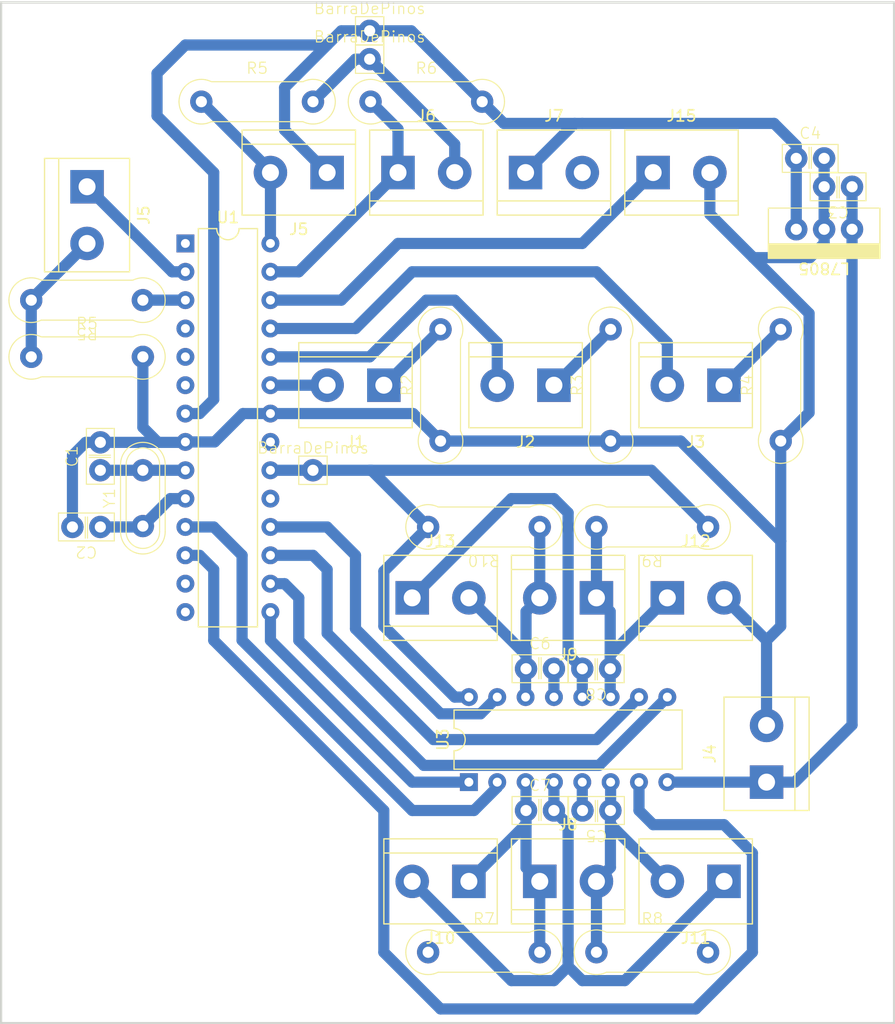
<source format=kicad_pcb>
(kicad_pcb (version 20240108) (generator "pcbnew") (generator_version "8.0")
  (layers (0 "F.Cu" signal) (31 "B.Cu" signal) (34 "B.Paste" user) (35 "F.Paste" user) (36 "B.SilkS" user "B.Silkscreen") (37 "F.SilkS" user "F.Silkscreen") (38 "B.Mask" user) (39 "F.Mask" user) (44 "Edge.Cuts" user))
  (net 0 "")
  (net 1 "GND")
  (net 2 "Out 1 Motor 2")
  (net 3 "Laser")
  (net 4 "LDR")
  (net 5 "Out 2 Motor 2")
  (net 6 "Net-(J1-Pin_1)")
  (net 7 "Led 1")
  (net 8 "Net-(J2-Pin_1)")
  (net 9 "Led 2")
  (net 10 "Net-(J3-Pin_1)")
  (net 11 "Led 3")
  (net 12 "9v")
  (net 13 "5v")
  (net 14 "Sensor IV")
  (net 15 "Out 1 Motor 1")
  (net 16 "Out 2 Motor 1")
  (net 17 "In 1 Motor 1")
  (net 20 "Crystal II")
  (net 22 "PWM Motor 1")
  (net 25 "In 2 Motor 2")
  (net 28 "BOTÃO RESET")
  (net 29 "In 1 Motor 2")
  (net 30 "Crystal I")
  (net 31 "In 2 Motor 1")
  (net 32 "PWM Motor 2")
  (net 33 "RX")
  (net 34 "TX")
  (net 35 "Temp")
  (net 36 "Null")
  (footprint "TerminalBlock:TerminalBlock_bornier-2_P5.08mm" (layer "F.Cu") (at 101.6 104.14)
    (property "Reference" "J13" (at 2.54 -5.08 360) (layer "F.SilkS"))
    (property "Value" "Screw_Terminal_01x02")
    (pad "1" thru_hole rect (at 0 0) (size 3 3) (drill 1.52) (layers "*.Cu" "*.Mask") (net 1 "GND"))
    (pad "2" thru_hole circle (at 5.08 0) (size 3 3) (drill 1.52) (layers "*.Cu" "*.Mask") (net 5 "Out 2 Motor 2"))
  )
  (footprint "CARRINHO_SEGUIDOR_DE_LINHA:Resistor" (layer "F.Cu") (at 108.03 135.89)
    (property "Reference" "R7" (at 0 -3 0) (layer "F.SilkS") (effects (font (thickness 0.1))))
    (property "Value" "R")
    (pad "1" thru_hole circle (at -5 0) (size 2 2) (drill 1) (layers "*.Cu" "*.Mask") (net 13 "5v"))
    (pad "2" thru_hole circle (at 5 0) (size 2 2) (drill 1) (layers "*.Cu" "*.Mask") (net 15 "Out 1 Motor 1"))
  )
  (footprint "CARRINHO_SEGUIDOR_DE_LINHA:CapacitorCerâmico-100nF_ou_0,1uF" (layer "F.Cu") (at 118.11 123.19 180)
    (property "Reference" "C5" (at 0 -2.25 180) (layer "F.SilkS") (effects (font (thickness 0.1))))
    (property "Value" "C")
    (pad "GND" thru_hole circle (at 1.25 0 180) (size 2 2) (drill 1) (layers "*.Cu" "*.Mask") (net 1 "GND"))
    (pad "IN" thru_hole circle (at -1.25 0 180) (size 2 2) (drill 1) (layers "*.Cu" "*.Mask") (net 16 "Out 2 Motor 1"))
  )
  (footprint "TerminalBlock:TerminalBlock_bornier-2_P5.08mm" (layer "F.Cu") (at 111.76 66.04)
    (property "Reference" "J7" (at 2.54 -5.08 0) (layer "F.SilkS"))
    (property "Value" "Screw_Terminal_01x02")
    (pad "1" thru_hole rect (at 0 0) (size 3 3) (drill 1.52) (layers "*.Cu" "*.Mask") (net 13 "5v"))
    (pad "2" thru_hole circle (at 5.08 0) (size 3 3) (drill 1.52) (layers "*.Cu" "*.Mask") (net 36 "Null"))
  )
  (footprint "TerminalBlock:TerminalBlock_bornier-2_P5.08mm" (layer "F.Cu") (at 113.03 129.54)
    (property "Reference" "J8" (at 2.54 -5.08 360) (layer "F.SilkS"))
    (property "Value" "Screw_Terminal_01x02")
    (pad "1" thru_hole rect (at 0 0) (size 3 3) (drill 1.52) (layers "*.Cu" "*.Mask") (net 15 "Out 1 Motor 1"))
    (pad "2" thru_hole circle (at 5.08 0) (size 3 3) (drill 1.52) (layers "*.Cu" "*.Mask") (net 16 "Out 2 Motor 1"))
  )
  (footprint "TerminalBlock:TerminalBlock_bornier-2_P5.08mm" (layer "F.Cu") (at 129.54 129.54 180)
    (property "Reference" "J11" (at 2.54 -5.08 360) (layer "F.SilkS"))
    (property "Value" "Screw_Terminal_01x02")
    (pad "1" thru_hole rect (at 0 0 180) (size 3 3) (drill 1.52) (layers "*.Cu" "*.Mask") (net 1 "GND"))
    (pad "2" thru_hole circle (at 5.08 0 180) (size 3 3) (drill 1.52) (layers "*.Cu" "*.Mask") (net 16 "Out 2 Motor 1"))
  )
  (footprint "CARRINHO_SEGUIDOR_DE_LINHA:Resistor" (layer "F.Cu") (at 108.03 97.79 180)
    (property "Reference" "R10" (at 0 -3 180) (layer "F.SilkS") (effects (font (thickness 0.1))))
    (property "Value" "R")
    (pad "1" thru_hole circle (at -5 0 180) (size 2 2) (drill 1) (layers "*.Cu" "*.Mask") (net 5 "Out 2 Motor 2"))
    (pad "2" thru_hole circle (at 5 0 180) (size 2 2) (drill 1) (layers "*.Cu" "*.Mask") (net 13 "5v"))
  )
  (footprint "CARRINHO_SEGUIDOR_DE_LINHA:CapacitorCerâmico-100nF_ou_0,1uF" (layer "F.Cu") (at 113.05 110.49)
    (property "Reference" "C6" (at 0 -2.25 0) (layer "F.SilkS") (effects (font (thickness 0.1))))
    (property "Value" "C")
    (pad "GND" thru_hole circle (at 1.25 0) (size 2 2) (drill 1) (layers "*.Cu" "*.Mask") (net 1 "GND"))
    (pad "IN" thru_hole circle (at -1.25 0) (size 2 2) (drill 1) (layers "*.Cu" "*.Mask") (net 5 "Out 2 Motor 2"))
  )
  (footprint "TerminalBlock:TerminalBlock_bornier-2_P5.08mm" (layer "F.Cu") (at 133.35 120.65 90)
    (property "Reference" "J4" (at 2.54 -5.08 90) (layer "F.SilkS"))
    (property "Value" "Screw_Terminal_01x02")
    (pad "1" thru_hole rect (at 0 0 90) (size 3 3) (drill 1.52) (layers "*.Cu" "*.Mask") (net 12 "9v"))
    (pad "2" thru_hole circle (at 5.08 0 90) (size 3 3) (drill 1.52) (layers "*.Cu" "*.Mask") (net 1 "GND"))
  )
  (footprint "CARRINHO_SEGUIDOR_DE_LINHA:ReguladorDeTensão-L7805_5V" (layer "F.Cu") (at 138.51 71.12 180)
    (property "Reference" "U2" (hide yes))
    (property "Value" "L7805" (at 0 -3.5 180) (layer "F.SilkS"))
    (pad "GND" thru_hole circle (at 0 0 180) (size 2 2) (drill 1) (layers "*.Cu" "*.Mask") (net 1 "GND"))
    (pad "INPUT" thru_hole circle (at -2.5 0 180) (size 2 2) (drill 1) (layers "*.Cu" "*.Mask") (net 12 "9v"))
    (pad "OUTPUT" thru_hole circle (at 2.5 0 180) (size 2 2) (drill 1) (layers "*.Cu" "*.Mask") (net 13 "5v"))
  )
  (footprint "CARRINHO_SEGUIDOR_DE_LINHA:Resistor" (layer "F.Cu") (at 123.11 135.89)
    (property "Reference" "R8" (at 0 -3 0) (layer "F.SilkS") (effects (font (thickness 0.1))))
    (property "Value" "R")
    (pad "1" thru_hole circle (at -5 0) (size 2 2) (drill 1) (layers "*.Cu" "*.Mask") (net 16 "Out 2 Motor 1"))
    (pad "2" thru_hole circle (at 5 0) (size 2 2) (drill 1) (layers "*.Cu" "*.Mask") (net 13 "5v"))
  )
  (footprint "TerminalBlock:TerminalBlock_bornier-2_P5.08mm" (layer "F.Cu") (at 123.19 66.04)
    (property "Reference" "J15" (at 2.54 -5.08 0) (layer "F.SilkS"))
    (property "Value" "Screw_Terminal_01x02")
    (pad "1" thru_hole rect (at 0 0) (size 3 3) (drill 1.52) (layers "*.Cu" "*.Mask") (net 3 "Laser"))
    (pad "2" thru_hole circle (at 5.08 0) (size 3 3) (drill 1.52) (layers "*.Cu" "*.Mask") (net 1 "GND"))
  )
  (footprint "CARRINHO_SEGUIDOR_DE_LINHA:Resistor" (layer "F.Cu") (at 72.47 77.47 180)
    (property "Reference" "R5" (at 0 -3 180) (layer "F.SilkS") (effects (font (thickness 0.1))))
    (property "Value" "R")
    (pad "1" thru_hole circle (at -5 0 180) (size 2 2) (drill 1) (layers "*.Cu" "*.Mask") (net 34 "TX"))
    (pad "2" thru_hole circle (at 5 0 180) (size 2 2) (drill 1) (layers "*.Cu" "*.Mask") (net 35 "Temp"))
  )
  (footprint "TerminalBlock:TerminalBlock_bornier-2_P5.08mm" (layer "F.Cu") (at 106.68 129.54 180)
    (property "Reference" "J10" (at 2.54 -5.08 360) (layer "F.SilkS"))
    (property "Value" "Screw_Terminal_01x02")
    (pad "1" thru_hole rect (at 0 0 180) (size 3 3) (drill 1.52) (layers "*.Cu" "*.Mask") (net 15 "Out 1 Motor 1"))
    (pad "2" thru_hole circle (at 5.08 0 180) (size 3 3) (drill 1.52) (layers "*.Cu" "*.Mask") (net 1 "GND"))
  )
  (footprint "CARRINHO_SEGUIDOR_DE_LINHA:BarraDePinos" (layer "F.Cu") (at 97.79 55.88)
    (property "Reference" "BarraDePinos" (at 0 -2 0) (layer "F.SilkS") (effects (font (thickness 0.1))))
    (property "Value" "DistânciaEntreFuros:_2,54mm")
    (pad "1" thru_hole circle (at 0 0) (size 2 2) (drill 1) (layers "*.Cu" "*.Mask") (net 1 "GND"))
  )
  (footprint "CARRINHO_SEGUIDOR_DE_LINHA:CristalOscilador16MHz" (layer "F.Cu") (at 77.47 95.21 90)
    (property "Reference" "Y1" (at 0 -3 90) (layer "F.SilkS") (effects (font (thickness 0.1))))
    (property "Value" "Crystal")
    (pad "1" thru_hole circle (at -2.5 0 90) (size 2 2) (drill 1) (layers "*.Cu" "*.Mask") (net 20 "Crystal II"))
    (pad "2" thru_hole circle (at 2.5 0 90) (size 2 2) (drill 1) (layers "*.Cu" "*.Mask") (net 30 "Crystal I"))
  )
  (footprint "Package_DIP:DIP-16_W7.62mm" (layer "F.Cu") (at 106.68 120.65 90)
    (property "Reference" "U3" (at 3.81 -2.33 90) (layer "F.SilkS"))
    (property "Value" "L293D")
    (pad "1" thru_hole rect (at 0 0 90) (size 1.6 1.6) (drill 0.8) (layers "*.Cu" "*.Mask") (net 22 "PWM Motor 1"))
    (pad "2" thru_hole oval (at 0 2.54 90) (size 1.6 1.6) (drill 0.8) (layers "*.Cu" "*.Mask") (net 17 "In 1 Motor 1"))
    (pad "3" thru_hole oval (at 0 5.08 90) (size 1.6 1.6) (drill 0.8) (layers "*.Cu" "*.Mask") (net 15 "Out 1 Motor 1"))
    (pad "4" thru_hole oval (at 0 7.62 90) (size 1.6 1.6) (drill 0.8) (layers "*.Cu" "*.Mask") (net 1 "GND"))
    (pad "5" thru_hole oval (at 0 10.16 90) (size 1.6 1.6) (drill 0.8) (layers "*.Cu" "*.Mask") (net 1 "GND"))
    (pad "6" thru_hole oval (at 0 12.7 90) (size 1.6 1.6) (drill 0.8) (layers "*.Cu" "*.Mask") (net 16 "Out 2 Motor 1"))
    (pad "7" thru_hole oval (at 0 15.24 90) (size 1.6 1.6) (drill 0.8) (layers "*.Cu" "*.Mask") (net 31 "In 2 Motor 1"))
    (pad "8" thru_hole oval (at 0 17.78 90) (size 1.6 1.6) (drill 0.8) (layers "*.Cu" "*.Mask") (net 12 "9v"))
    (pad "9" thru_hole oval (at 7.62 17.78 90) (size 1.6 1.6) (drill 0.8) (layers "*.Cu" "*.Mask") (net 32 "PWM Motor 2"))
    (pad "10" thru_hole oval (at 7.62 15.24 90) (size 1.6 1.6) (drill 0.8) (layers "*.Cu" "*.Mask") (net 29 "In 1 Motor 2"))
    (pad "11" thru_hole oval (at 7.62 12.7 90) (size 1.6 1.6) (drill 0.8) (layers "*.Cu" "*.Mask") (net 2 "Out 1 Motor 2"))
    (pad "12" thru_hole oval (at 7.62 10.16 90) (size 1.6 1.6) (drill 0.8) (layers "*.Cu" "*.Mask") (net 1 "GND"))
    (pad "13" thru_hole oval (at 7.62 7.62 90) (size 1.6 1.6) (drill 0.8) (layers "*.Cu" "*.Mask") (net 1 "GND"))
    (pad "14" thru_hole oval (at 7.62 5.08 90) (size 1.6 1.6) (drill 0.8) (layers "*.Cu" "*.Mask") (net 5 "Out 2 Motor 2"))
    (pad "15" thru_hole oval (at 7.62 2.54 90) (size 1.6 1.6) (drill 0.8) (layers "*.Cu" "*.Mask") (net 25 "In 2 Motor 2"))
    (pad "16" thru_hole oval (at 7.62 0 90) (size 1.6 1.6) (drill 0.8) (layers "*.Cu" "*.Mask") (net 13 "5v"))
  )
  (footprint "CARRINHO_SEGUIDOR_DE_LINHA:Resistor" (layer "F.Cu") (at 87.71 59.69)
    (property "Reference" "R5" (at 0 -3 0) (layer "F.SilkS") (effects (font (thickness 0.1))))
    (property "Value" "R")
    (pad "1" thru_hole circle (at -5 0) (size 2 2) (drill 1) (layers "*.Cu" "*.Mask") (net 4 "LDR"))
    (pad "2" thru_hole circle (at 5 0) (size 2 2) (drill 1) (layers "*.Cu" "*.Mask") (net 1 "GND"))
  )
  (footprint "TerminalBlock:TerminalBlock_bornier-2_P5.08mm" (layer "F.Cu") (at 114.3 85.09 180)
    (property "Reference" "J2" (at 2.54 -5.08 360) (layer "F.SilkS"))
    (property "Value" "Screw_Terminal_01x02")
    (pad "1" thru_hole rect (at 0 0 180) (size 3 3) (drill 1.52) (layers "*.Cu" "*.Mask") (net 8 "Net-(J2-Pin_1)"))
    (pad "2" thru_hole circle (at 5.08 0 180) (size 3 3) (drill 1.52) (layers "*.Cu" "*.Mask") (net 9 "Led 2"))
  )
  (footprint "TerminalBlock:TerminalBlock_bornier-2_P5.08mm" (layer "F.Cu") (at 129.54 85.09 180)
    (property "Reference" "J3" (at 2.54 -5.08 360) (layer "F.SilkS"))
    (property "Value" "Screw_Terminal_01x02")
    (pad "1" thru_hole rect (at 0 0 180) (size 3 3) (drill 1.52) (layers "*.Cu" "*.Mask") (net 10 "Net-(J3-Pin_1)"))
    (pad "2" thru_hole circle (at 5.08 0 180) (size 3 3) (drill 1.52) (layers "*.Cu" "*.Mask") (net 11 "Led 3"))
  )
  (footprint "CARRINHO_SEGUIDOR_DE_LINHA:Resistor" (layer "F.Cu") (at 104.14 85.09 90)
    (property "Reference" "R2" (at 0 -3 90) (layer "F.SilkS") (effects (font (thickness 0.1))))
    (property "Value" "R")
    (pad "1" thru_hole circle (at -5 0 90) (size 2 2) (drill 1) (layers "*.Cu" "*.Mask") (net 1 "GND"))
    (pad "2" thru_hole circle (at 5 0 90) (size 2 2) (drill 1) (layers "*.Cu" "*.Mask") (net 6 "Net-(J1-Pin_1)"))
  )
  (footprint "Package_DIP:DIP-28_W7.62mm" (layer "F.Cu") (at 81.28 72.39)
    (property "Reference" "U1" (at 3.81 -2.33 0) (layer "F.SilkS"))
    (property "Value" "ATmega328-P")
    (pad "1" thru_hole rect (at 0 0) (size 1.6 1.6) (drill 0.8) (layers "*.Cu" "*.Mask") (net 28 "BOTÃO RESET"))
    (pad "2" thru_hole oval (at 0 2.54) (size 1.6 1.6) (drill 0.8) (layers "*.Cu" "*.Mask") (net 33 "RX"))
    (pad "3" thru_hole oval (at 0 5.08) (size 1.6 1.6) (drill 0.8) (layers "*.Cu" "*.Mask") (net 34 "TX"))
    (pad "4" thru_hole oval (at 0 7.62) (size 1.6 1.6) (drill 0.8) (layers "*.Cu" "*.Mask"))
    (pad "5" thru_hole oval (at 0 10.16) (size 1.6 1.6) (drill 0.8) (layers "*.Cu" "*.Mask"))
    (pad "6" thru_hole oval (at 0 12.7) (size 1.6 1.6) (drill 0.8) (layers "*.Cu" "*.Mask"))
    (pad "7" thru_hole oval (at 0 15.24) (size 1.6 1.6) (drill 0.8) (layers "*.Cu" "*.Mask") (net 13 "5v"))
    (pad "8" thru_hole oval (at 0 17.78) (size 1.6 1.6) (drill 0.8) (layers "*.Cu" "*.Mask") (net 1 "GND"))
    (pad "9" thru_hole oval (at 0 20.32) (size 1.6 1.6) (drill 0.8) (layers "*.Cu" "*.Mask") (net 30 "Crystal I"))
    (pad "10" thru_hole oval (at 0 22.86) (size 1.6 1.6) (drill 0.8) (layers "*.Cu" "*.Mask") (net 20 "Crystal II"))
    (pad "11" thru_hole oval (at 0 25.4) (size 1.6 1.6) (drill 0.8) (layers "*.Cu" "*.Mask") (net 17 "In 1 Motor 1"))
    (pad "12" thru_hole oval (at 0 27.94) (size 1.6 1.6) (drill 0.8) (layers "*.Cu" "*.Mask") (net 31 "In 2 Motor 1"))
    (pad "13" thru_hole oval (at 0 30.48) (size 1.6 1.6) (drill 0.8) (layers "*.Cu" "*.Mask"))
    (pad "14" thru_hole oval (at 0 33.02) (size 1.6 1.6) (drill 0.8) (layers "*.Cu" "*.Mask"))
    (pad "15" thru_hole oval (at 7.62 33.02) (size 1.6 1.6) (drill 0.8) (layers "*.Cu" "*.Mask") (net 22 "PWM Motor 1"))
    (pad "16" thru_hole oval (at 7.62 30.48) (size 1.6 1.6) (drill 0.8) (layers "*.Cu" "*.Mask") (net 32 "PWM Motor 2"))
    (pad "17" thru_hole oval (at 7.62 27.94) (size 1.6 1.6) (drill 0.8) (layers "*.Cu" "*.Mask") (net 29 "In 1 Motor 2"))
    (pad "18" thru_hole oval (at 7.62 25.4) (size 1.6 1.6) (drill 0.8) (layers "*.Cu" "*.Mask") (net 25 "In 2 Motor 2"))
    (pad "19" thru_hole oval (at 7.62 22.86) (size 1.6 1.6) (drill 0.8) (layers "*.Cu" "*.Mask"))
    (pad "20" thru_hole oval (at 7.62 20.32) (size 1.6 1.6) (drill 0.8) (layers "*.Cu" "*.Mask") (net 13 "5v"))
    (pad "21" thru_hole oval (at 7.62 17.78) (size 1.6 1.6) (drill 0.8) (layers "*.Cu" "*.Mask"))
    (pad "22" thru_hole oval (at 7.62 15.24) (size 1.6 1.6) (drill 0.8) (layers "*.Cu" "*.Mask") (net 1 "GND"))
    (pad "23" thru_hole oval (at 7.62 12.7) (size 1.6 1.6) (drill 0.8) (layers "*.Cu" "*.Mask") (net 7 "Led 1"))
    (pad "24" thru_hole oval (at 7.62 10.16) (size 1.6 1.6) (drill 0.8) (layers "*.Cu" "*.Mask") (net 9 "Led 2"))
    (pad "25" thru_hole oval (at 7.62 7.62) (size 1.6 1.6) (drill 0.8) (layers "*.Cu" "*.Mask") (net 11 "Led 3"))
    (pad "26" thru_hole oval (at 7.62 5.08) (size 1.6 1.6) (drill 0.8) (layers "*.Cu" "*.Mask") (net 3 "Laser"))
    (pad "27" thru_hole oval (at 7.62 2.54) (size 1.6 1.6) (drill 0.8) (layers "*.Cu" "*.Mask") (net 14 "Sensor IV"))
    (pad "28" thru_hole oval (at 7.62 0) (size 1.6 1.6) (drill 0.8) (layers "*.Cu" "*.Mask") (net 4 "LDR"))
  )
  (footprint "TerminalBlock:TerminalBlock_bornier-2_P5.08mm" (layer "F.Cu") (at 100.33 66.04)
    (property "Reference" "J6" (at 2.54 -5.08 360) (layer "F.SilkS"))
    (property "Value" "Screw_Terminal_01x02")
    (pad "1" thru_hole rect (at 0 0) (size 3 3) (drill 1.52) (layers "*.Cu" "*.Mask") (net 14 "Sensor IV"))
    (pad "2" thru_hole circle (at 5.08 0) (size 3 3) (drill 1.52) (layers "*.Cu" "*.Mask") (net 1 "GND"))
  )
  (footprint "CARRINHO_SEGUIDOR_DE_LINHA:Resistor" (layer "F.Cu") (at 134.62 85.09 90)
    (property "Reference" "R4" (at 0 -3 90) (layer "F.SilkS") (effects (font (thickness 0.1))))
    (property "Value" "R")
    (pad "1" thru_hole circle (at -5 0 90) (size 2 2) (drill 1) (layers "*.Cu" "*.Mask") (net 1 "GND"))
    (pad "2" thru_hole circle (at 5 0 90) (size 2 2) (drill 1) (layers "*.Cu" "*.Mask") (net 10 "Net-(J3-Pin_1)"))
  )
  (footprint "CARRINHO_SEGUIDOR_DE_LINHA:BarraDePinos" (layer "F.Cu") (at 97.79 53.34)
    (property "Reference" "BarraDePinos" (at 0 -2 0) (layer "F.SilkS") (effects (font (thickness 0.1))))
    (property "Value" "DistânciaEntreFuros:_2,54mm")
    (pad "1" thru_hole circle (at 0 0) (size 2 2) (drill 1) (layers "*.Cu" "*.Mask") (net 13 "5v"))
  )
  (footprint "CARRINHO_SEGUIDOR_DE_LINHA:CapacitorCerâmico-100nF_ou_0,1uF" (layer "F.Cu") (at 73.66 91.46 90)
    (property "Reference" "C1" (at 0 -2.54 90) (layer "F.SilkS") (effects (font (thickness 0.1))))
    (property "Value" "C")
    (pad "GND" thru_hole circle (at 1.25 0 90) (size 2 2) (drill 1) (layers "*.Cu" "*.Mask") (net 1 "GND"))
    (pad "IN" thru_hole circle (at -1.25 0 90) (size 2 2) (drill 1) (layers "*.Cu" "*.Mask") (net 30 "Crystal I"))
  )
  (footprint "TerminalBlock:TerminalBlock_bornier-2_P5.08mm" (layer "F.Cu") (at 118.11 104.14 180)
    (property "Reference" "J9" (at 2.54 -5.08 360) (layer "F.SilkS"))
    (property "Value" "Screw_Terminal_01x02")
    (pad "1" thru_hole rect (at 0 0 180) (size 3 3) (drill 1.52) (layers "*.Cu" "*.Mask") (net 2 "Out 1 Motor 2"))
    (pad "2" thru_hole circle (at 5.08 0 180) (size 3 3) (drill 1.52) (layers "*.Cu" "*.Mask") (net 5 "Out 2 Motor 2"))
  )
  (footprint "CARRINHO_SEGUIDOR_DE_LINHA:CapacitorCerâmico-100nF_ou_0,1uF" (layer "F.Cu") (at 118.09 110.49 180)
    (property "Reference" "C8" (at 0 -2.25 180) (layer "F.SilkS") (effects (font (thickness 0.1))))
    (property "Value" "C")
    (pad "GND" thru_hole circle (at 1.25 0 180) (size 2 2) (drill 1) (layers "*.Cu" "*.Mask") (net 1 "GND"))
    (pad "IN" thru_hole circle (at -1.25 0 180) (size 2 2) (drill 1) (layers "*.Cu" "*.Mask") (net 2 "Out 1 Motor 2"))
  )
  (footprint "CARRINHO_SEGUIDOR_DE_LINHA:CapacitorCerâmico-100nF_ou_0,1uF" (layer "F.Cu") (at 137.26 64.77)
    (property "Reference" "C4" (at 0 -2.25 0) (layer "F.SilkS") (effects (font (thickness 0.1))))
    (property "Value" "C")
    (pad "GND" thru_hole circle (at 1.25 0) (size 2 2) (drill 1) (layers "*.Cu" "*.Mask") (net 1 "GND"))
    (pad "IN" thru_hole circle (at -1.25 0) (size 2 2) (drill 1) (layers "*.Cu" "*.Mask") (net 13 "5v"))
  )
  (footprint "CARRINHO_SEGUIDOR_DE_LINHA:Resistor" (layer "F.Cu") (at 123.11 97.79 180)
    (property "Reference" "R9" (at 0 -3 180) (layer "F.SilkS") (effects (font (thickness 0.1))))
    (property "Value" "R")
    (pad "1" thru_hole circle (at -5 0 180) (size 2 2) (drill 1) (layers "*.Cu" "*.Mask") (net 13 "5v"))
    (pad "2" thru_hole circle (at 5 0 180) (size 2 2) (drill 1) (layers "*.Cu" "*.Mask") (net 2 "Out 1 Motor 2"))
  )
  (footprint "TerminalBlock:TerminalBlock_bornier-2_P5.08mm" (layer "F.Cu") (at 124.46 104.14)
    (property "Reference" "J12" (at 2.54 -5.08 360) (layer "F.SilkS"))
    (property "Value" "Screw_Terminal_01x02")
    (pad "1" thru_hole rect (at 0 0) (size 3 3) (drill 1.52) (layers "*.Cu" "*.Mask") (net 2 "Out 1 Motor 2"))
    (pad "2" thru_hole circle (at 5.08 0) (size 3 3) (drill 1.52) (layers "*.Cu" "*.Mask") (net 1 "GND"))
  )
  (footprint "TerminalBlock:TerminalBlock_bornier-2_P5.08mm" (layer "F.Cu") (at 93.98 66.04 180)
    (property "Reference" "J5" (at 2.54 -5.08 360) (layer "F.SilkS"))
    (property "Value" "Screw_Terminal_01x02")
    (pad "1" thru_hole rect (at 0 0 180) (size 3 3) (drill 1.52) (layers "*.Cu" "*.Mask") (net 13 "5v"))
    (pad "2" thru_hole circle (at 5.08 0 180) (size 3 3) (drill 1.52) (layers "*.Cu" "*.Mask") (net 4 "LDR"))
  )
  (footprint "CARRINHO_SEGUIDOR_DE_LINHA:CapacitorCerâmico-100nF_ou_0,1uF" (layer "F.Cu") (at 113.05 123.19)
    (property "Reference" "C7" (at 0 -2.25 0) (layer "F.SilkS") (effects (font (thickness 0.1))))
    (property "Value" "C")
    (pad "GND" thru_hole circle (at 1.25 0) (size 2 2) (drill 1) (layers "*.Cu" "*.Mask") (net 1 "GND"))
    (pad "IN" thru_hole circle (at -1.25 0) (size 2 2) (drill 1) (layers "*.Cu" "*.Mask") (net 15 "Out 1 Motor 1"))
  )
  (footprint "CARRINHO_SEGUIDOR_DE_LINHA:Resistor" (layer "F.Cu") (at 102.87 59.69)
    (property "Reference" "R6" (at 0 -3 0) (layer "F.SilkS") (effects (font (thickness 0.1))))
    (property "Value" "R")
    (pad "1" thru_hole circle (at -5 0) (size 2 2) (drill 1) (layers "*.Cu" "*.Mask") (net 14 "Sensor IV"))
    (pad "2" thru_hole circle (at 5 0) (size 2 2) (drill 1) (layers "*.Cu" "*.Mask") (net 13 "5v"))
  )
  (footprint "CARRINHO_SEGUIDOR_DE_LINHA:CapacitorCerâmico-100nF_ou_0,1uF" (layer "F.Cu") (at 72.41 97.79 180)
    (property "Reference" "C2" (at 0 -2.25 180) (layer "F.SilkS") (effects (font (thickness 0.1))))
    (property "Value" "C")
    (pad "GND" thru_hole circle (at 1.25 0 180) (size 2 2) (drill 1) (layers "*.Cu" "*.Mask") (net 1 "GND"))
    (pad "IN" thru_hole circle (at -1.25 0 180) (size 2 2) (drill 1) (layers "*.Cu" "*.Mask") (net 20 "Crystal II"))
  )
  (footprint "CARRINHO_SEGUIDOR_DE_LINHA:Resistor" (layer "F.Cu") (at 119.38 85.09 90)
    (property "Reference" "R3" (at 0 -3 90) (layer "F.SilkS") (effects (font (thickness 0.1))))
    (property "Value" "R")
    (pad "1" thru_hole circle (at -5 0 90) (size 2 2) (drill 1) (layers "*.Cu" "*.Mask") (net 1 "GND"))
    (pad "2" thru_hole circle (at 5 0 90) (size 2 2) (drill 1) (layers "*.Cu" "*.Mask") (net 8 "Net-(J2-Pin_1)"))
  )
  (footprint "TerminalBlock:TerminalBlock_bornier-2_P5.08mm" (layer "F.Cu") (at 99.06 85.09 180)
    (property "Reference" "J1" (at 2.54 -5.08 360) (layer "F.SilkS"))
    (property "Value" "Screw_Terminal_01x02")
    (pad "1" thru_hole rect (at 0 0 180) (size 3 3) (drill 1.52) (layers "*.Cu" "*.Mask") (net 6 "Net-(J1-Pin_1)"))
    (pad "2" thru_hole circle (at 5.08 0 180) (size 3 3) (drill 1.52) (layers "*.Cu" "*.Mask") (net 7 "Led 1"))
  )
  (footprint "TerminalBlock:TerminalBlock_bornier-2_P5.08mm" (layer "F.Cu") (at 72.47 67.31 -90)
    (property "Reference" "J5" (at 2.54 -5.08 90) (layer "F.SilkS"))
    (property "Value" "Screw_Terminal_01x02")
    (pad "1" thru_hole rect (at 0 0 270) (size 3 3) (drill 1.52) (layers "*.Cu" "*.Mask") (net 33 "RX"))
    (pad "2" thru_hole circle (at 5.08 0 270) (size 3 3) (drill 1.52) (layers "*.Cu" "*.Mask") (net 35 "Temp"))
  )
  (footprint "CARRINHO_SEGUIDOR_DE_LINHA:Resistor" (layer "F.Cu") (at 72.47 82.55)
    (property "Reference" "R5" (at 0 -3 0) (layer "F.SilkS") (effects (font (thickness 0.1))))
    (property "Value" "R")
    (pad "1" thru_hole circle (at -5 0) (size 2 2) (drill 1) (layers "*.Cu" "*.Mask") (net 35 "Temp"))
    (pad "2" thru_hole circle (at 5 0) (size 2 2) (drill 1) (layers "*.Cu" "*.Mask") (net 1 "GND"))
  )
  (footprint "CARRINHO_SEGUIDOR_DE_LINHA:CapacitorCerâmico-100nF_ou_0,1uF" (layer "F.Cu") (at 139.76 67.31 180)
    (property "Reference" "C3" (at 0 -2.25 180) (layer "F.SilkS") (effects (font (thickness 0.1))))
    (property "Value" "C")
    (pad "GND" thru_hole circle (at 1.25 0 180) (size 2 2) (drill 1) (layers "*.Cu" "*.Mask") (net 1 "GND"))
    (pad "IN" thru_hole circle (at -1.25 0 180) (size 2 2) (drill 1) (layers "*.Cu" "*.Mask") (net 12 "9v"))
  )
  (footprint "CARRINHO_SEGUIDOR_DE_LINHA:BarraDePinos" (layer "F.Cu") (at 92.71 92.71)
    (property "Reference" "BarraDePinos" (at 0 -2 0) (layer "F.SilkS") (effects (font (thickness 0.1))))
    (property "Value" "DistânciaEntreFuros:_2,54mm")
    (pad "1" thru_hole circle (at 0 0) (size 2 2) (drill 1) (layers "*.Cu" "*.Mask") (net 13 "5v"))
  )
  (gr_rect (start 64.77 50.8) (end 144.78 142.24) (stroke (width 0.2)) (fill none) (layer "Edge.Cuts"))
  (segment (start 96.52 55.88) (end 92.71 59.69) (width 1) (layer "B.Cu") (net 1))
  (segment (start 116.84 120.65) (end 116.84 123.17) (width 1) (layer "B.Cu") (net 1))
  (segment (start 137.16 87.55) (end 137.16 78.66) (width 1) (layer "B.Cu") (net 1))
  (segment (start 133.35 107.95) (end 133.35 115.57) (width 1) (layer "B.Cu") (net 1))
  (segment (start 116.84 123.17) (end 116.86 123.19) (width 1) (layer "B.Cu") (net 1))
  (segment (start 114.3 138.43) (end 115.57 137.16) (width 1) (layer "B.Cu") (net 1))
  (segment (start 110.49 138.43) (end 114.3 138.43) (width 1) (layer "B.Cu") (net 1))
  (segment (start 104.14 90.09) (end 119.38 90.09) (width 1) (layer "B.Cu") (net 1))
  (segment (start 114.3 120.65) (end 114.3 123.19) (width 1) (layer "B.Cu") (net 1))
  (segment (start 71.16 91.4) (end 71.16 97.79) (width 1) (layer "B.Cu") (net 1))
  (segment (start 72.35 90.21) (end 71.16 91.4) (width 1) (layer "B.Cu") (net 1))
  (segment (start 110.49 95.25) (end 114.3 95.25) (width 1) (layer "B.Cu") (net 1))
  (segment (start 105.41 63.5) (end 105.41 66.04) (width 1) (layer "B.Cu") (net 1))
  (segment (start 134.62 90.09) (end 137.16 87.55) (width 1) (layer "B.Cu") (net 1))
  (segment (start 78.82 90.21) (end 81.24 90.21) (width 1) (layer "B.Cu") (net 1))
  (segment (start 129.54 129.54) (end 120.65 138.43) (width 1) (layer "B.Cu") (net 1))
  (segment (start 101.6 129.54) (end 110.49 138.43) (width 1) (layer "B.Cu") (net 1))
  (segment (start 128.27 69.77) (end 132.16 73.66) (width 1) (layer "B.Cu") (net 1))
  (segment (start 137.24 73.66) (end 132.16 73.66) (width 1) (layer "B.Cu") (net 1))
  (segment (start 83.9 90.17) (end 86.44 87.63) (width 1) (layer "B.Cu") (net 1))
  (segment (start 101.68 87.63) (end 104.14 90.09) (width 1) (layer "B.Cu") (net 1))
  (segment (start 115.57 109.22) (end 116.84 110.49) (width 1) (layer "B.Cu") (net 1))
  (segment (start 73.66 90.21) (end 78.82 90.21) (width 1) (layer "B.Cu") (net 1))
  (segment (start 77.47 88.86) (end 78.82 90.21) (width 1) (layer "B.Cu") (net 1))
  (segment (start 129.54 104.14) (end 133.35 107.95) (width 1) (layer "B.Cu") (net 1))
  (segment (start 77.47 82.55) (end 77.47 88.86) (width 1) (layer "B.Cu") (net 1))
  (segment (start 133.35 107.95) (end 134.62 106.68) (width 1) (layer "B.Cu") (net 1))
  (segment (start 81.28 90.17) (end 83.9 90.17) (width 1) (layer "B.Cu") (net 1))
  (segment (start 120.65 138.43) (end 116.84 138.43) (width 1) (layer "B.Cu") (net 1))
  (segment (start 116.84 113.03) (end 116.84 110.49) (width 1) (layer "B.Cu") (net 1))
  (segment (start 101.6 104.14) (end 110.49 95.25) (width 1) (layer "B.Cu") (net 1))
  (segment (start 138.51 67.31) (end 138.51 71.12) (width 1) (layer "B.Cu") (net 1))
  (segment (start 128.27 66.04) (end 128.27 69.77) (width 1) (layer "B.Cu") (net 1))
  (segment (start 81.24 90.21) (end 81.28 90.17) (width 1) (layer "B.Cu") (net 1))
  (segment (start 115.57 124.46) (end 114.3 123.19) (width 1) (layer "B.Cu") (net 1))
  (segment (start 114.3 110.49) (end 114.3 113.03) (width 1) (layer "B.Cu") (net 1))
  (segment (start 73.66 90.21) (end 72.35 90.21) (width 1) (layer "B.Cu") (net 1))
  (segment (start 116.84 138.43) (end 115.57 137.16) (width 1) (layer "B.Cu") (net 1))
  (segment (start 115.57 96.52) (end 115.57 109.22) (width 1) (layer "B.Cu") (net 1))
  (segment (start 138.51 72.39) (end 137.24 73.66) (width 1) (layer "B.Cu") (net 1))
  (segment (start 97.79 55.88) (end 105.41 63.5) (width 1) (layer "B.Cu") (net 1))
  (segment (start 138.51 64.77) (end 138.51 67.31) (width 1) (layer "B.Cu") (net 1))
  (segment (start 138.51 71.12) (end 138.51 72.39) (width 1) (layer "B.Cu") (net 1))
  (segment (start 86.44 87.63) (end 88.9 87.63) (width 1) (layer "B.Cu") (net 1))
  (segment (start 115.57 137.16) (end 115.57 124.46) (width 1) (layer "B.Cu") (net 1))
  (segment (start 134.62 106.68) (end 134.62 99.06) (width 1) (layer "B.Cu") (net 1))
  (segment (start 88.9 87.63) (end 101.68 87.63) (width 1) (layer "B.Cu") (net 1))
  (segment (start 134.62 99.06) (end 134.62 90.09) (width 1) (layer "B.Cu") (net 1))
  (segment (start 114.3 95.25) (end 115.57 96.52) (width 1) (layer "B.Cu") (net 1))
  (segment (start 97.79 55.88) (end 96.52 55.88) (width 1) (layer "B.Cu") (net 1))
  (segment (start 119.38 90.09) (end 125.65 90.09) (width 1) (layer "B.Cu") (net 1))
  (segment (start 137.16 78.66) (end 132.16 73.66) (width 1) (layer "B.Cu") (net 1))
  (segment (start 125.65 90.09) (end 134.62 99.06) (width 1) (layer "B.Cu") (net 1))
  (segment (start 119.34 112.99) (end 119.38 113.03) (width 1) (layer "B.Cu") (net 2))
  (segment (start 119.38 109.22) (end 119.34 109.22) (width 1) (layer "B.Cu") (net 2))
  (segment (start 119.34 109.22) (end 119.34 105.37) (width 1) (layer "B.Cu") (net 2))
  (segment (start 119.34 105.37) (end 118.11 104.14) (width 1) (layer "B.Cu") (net 2))
  (segment (start 119.34 110.49) (end 119.34 109.22) (width 1) (layer "B.Cu") (net 2))
  (segment (start 124.46 104.14) (end 119.38 109.22) (width 1) (layer "B.Cu") (net 2))
  (segment (start 119.34 110.49) (end 119.34 112.99) (width 1) (layer "B.Cu") (net 2))
  (segment (start 118.11 104.14) (end 118.11 97.79) (width 1) (layer "B.Cu") (net 2))
  (segment (start 100.33 72.39) (end 116.84 72.39) (width 1) (layer "B.Cu") (net 3))
  (segment (start 88.9 77.47) (end 95.25 77.47) (width 1) (layer "B.Cu") (net 3))
  (segment (start 95.25 77.47) (end 100.33 72.39) (width 1) (layer "B.Cu") (net 3))
  (segment (start 116.84 72.39) (end 123.19 66.04) (width 1) (layer "B.Cu") (net 3))
  (segment (start 88.9 72.39) (end 88.9 66.04) (width 1) (layer "B.Cu") (net 4))
  (segment (start 88.9 66.04) (end 88.9 65.88) (width 1) (layer "B.Cu") (net 4))
  (segment (start 88.9 65.88) (end 82.71 59.69) (width 1) (layer "B.Cu") (net 4))
  (segment (start 111.76 109.22) (end 111.8 109.22) (width 1) (layer "B.Cu") (net 5))
  (segment (start 106.68 104.14) (end 111.76 109.22) (width 1) (layer "B.Cu") (net 5))
  (segment (start 111.76 110.53) (end 111.8 110.49) (width 1) (layer "B.Cu") (net 5))
  (segment (start 113.03 104.14) (end 113.03 97.79) (width 1) (layer "B.Cu") (net 5))
  (segment (start 111.8 109.22) (end 111.8 105.37) (width 1) (layer "B.Cu") (net 5))
  (segment (start 111.8 110.49) (end 111.8 109.22) (width 1) (layer "B.Cu") (net 5))
  (segment (start 111.8 105.37) (end 113.03 104.14) (width 1) (layer "B.Cu") (net 5))
  (segment (start 111.76 113.03) (end 111.76 110.53) (width 1) (layer "B.Cu") (net 5))
  (segment (start 99.06 85.09) (end 99.14 85.09) (width 1) (layer "B.Cu") (net 6))
  (segment (start 99.14 85.09) (end 104.14 80.09) (width 1) (layer "B.Cu") (net 6))
  (segment (start 88.9 85.09) (end 93.98 85.09) (width 1) (layer "B.Cu") (net 7))
  (segment (start 114.38 85.09) (end 119.38 80.09) (width 1) (layer "B.Cu") (net 8))
  (segment (start 114.3 85.09) (end 114.38 85.09) (width 1) (layer "B.Cu") (net 8))
  (segment (start 88.9 82.55) (end 97.79 82.55) (width 1) (layer "B.Cu") (net 9))
  (segment (start 97.79 82.55) (end 102.87 77.47) (width 1) (layer "B.Cu") (net 9))
  (segment (start 109.22 81.28) (end 109.22 85.09) (width 1) (layer "B.Cu") (net 9))
  (segment (start 105.41 77.47) (end 109.22 81.28) (width 1) (layer "B.Cu") (net 9))
  (segment (start 102.87 77.47) (end 105.41 77.47) (width 1) (layer "B.Cu") (net 9))
  (segment (start 129.62 85.09) (end 134.62 80.09) (width 1) (layer "B.Cu") (net 10))
  (segment (start 129.54 85.09) (end 129.62 85.09) (width 1) (layer "B.Cu") (net 10))
  (segment (start 96.52 80.01) (end 101.6 74.93) (width 1) (layer "B.Cu") (net 11))
  (segment (start 88.9 80.01) (end 96.52 80.01) (width 1) (layer "B.Cu") (net 11))
  (segment (start 124.46 81.28) (end 124.46 85.09) (width 1) (layer "B.Cu") (net 11))
  (segment (start 118.11 74.93) (end 124.46 81.28) (width 1) (layer "B.Cu") (net 11))
  (segment (start 101.6 74.93) (end 118.11 74.93) (width 1) (layer "B.Cu") (net 11))
  (segment (start 135.89 120.65) (end 141.01 115.53) (width 1) (layer "B.Cu") (net 12))
  (segment (start 124.46 120.65) (end 133.35 120.65) (width 1) (layer "B.Cu") (net 12))
  (segment (start 141.01 67.31) (end 141.01 71.12) (width 1) (layer "B.Cu") (net 12))
  (segment (start 133.35 120.65) (end 135.89 120.65) (width 1) (layer "B.Cu") (net 12))
  (segment (start 141.01 115.53) (end 141.01 71.12) (width 1) (layer "B.Cu") (net 12))
  (segment (start 103.03 97.79) (end 97.95 92.71) (width 1) (layer "B.Cu") (net 13))
  (segment (start 78.74 60.96) (end 78.74 57.15) (width 1) (layer "B.Cu") (net 13))
  (segment (start 109.815 61.635) (end 107.87 59.69) (width 1) (layer "B.Cu") (net 13))
  (segment (start 83.82 66.04) (end 78.74 60.96) (width 1) (layer "B.Cu") (net 13))
  (segment (start 93.98 66.04) (end 90.17 62.23) (width 1) (layer "B.Cu") (net 13))
  (segment (start 134.025 61.635) (end 116.84 61.635) (width 1) (layer "B.Cu") (net 13))
  (segment (start 95.25 53.34) (end 93.98 54.61) (width 1) (layer "B.Cu") (net 13))
  (segment (start 78.74 57.15) (end 81.28 54.61) (width 1) (layer "B.Cu") (net 13))
  (segment (start 90.17 58.42) (end 93.98 54.61) (width 1) (layer "B.Cu") (net 13))
  (segment (start 105.41 113.03) (end 99.06 106.68) (width 1) (layer "B.Cu") (net 13))
  (segment (start 97.79 53.34) (end 95.25 53.34) (width 1) (layer "B.Cu") (net 13))
  (segment (start 81.28 54.61) (end 93.98 54.61) (width 1) (layer "B.Cu") (net 13))
  (segment (start 136.01 64.77) (end 136.01 63.62) (width 1) (layer "B.Cu") (net 13))
  (segment (start 111.76 66.04) (end 116.165 61.635) (width 1) (layer "B.Cu") (net 13))
  (segment (start 116.84 61.635) (end 109.815 61.635) (width 1) (layer "B.Cu") (net 13))
  (segment (start 99.06 101.76) (end 103.03 97.79) (width 1) (layer "B.Cu") (net 13))
  (segment (start 106.68 113.03) (end 105.41 113.03) (width 1) (layer "B.Cu") (net 13))
  (segment (start 101.52 53.34) (end 107.87 59.69) (width 1) (layer "B.Cu") (net 13))
  (segment (start 90.17 62.23) (end 90.17 58.42) (width 1) (layer "B.Cu") (net 13))
  (segment (start 92.71 92.71) (end 88.9 92.71) (width 1) (layer "B.Cu") (net 13))
  (segment (start 136.01 64.77) (end 136.01 71.12) (width 1) (layer "B.Cu") (net 13))
  (segment (start 81.28 87.63) (end 82.55 87.63) (width 1) (layer "B.Cu") (net 13))
  (segment (start 97.79 92.71) (end 92.71 92.71) (width 1) (layer "B.Cu") (net 13))
  (segment (start 99.06 106.68) (end 99.06 101.76) (width 1) (layer "B.Cu") (net 13))
  (segment (start 83.82 86.36) (end 83.82 66.04) (width 1) (layer "B.Cu") (net 13))
  (segment (start 123.03 92.71) (end 128.11 97.79) (width 1) (layer "B.Cu") (net 13))
  (segment (start 97.95 92.71) (end 97.79 92.71) (width 1) (layer "B.Cu") (net 13))
  (segment (start 97.79 92.71) (end 123.03 92.71) (width 1) (layer "B.Cu") (net 13))
  (segment (start 97.79 53.34) (end 101.52 53.34) (width 1) (layer "B.Cu") (net 13))
  (segment (start 136.01 63.62) (end 134.025 61.635) (width 1) (layer "B.Cu") (net 13))
  (segment (start 82.55 87.63) (end 83.82 86.36) (width 1) (layer "B.Cu") (net 13))
  (segment (start 100.33 66.04) (end 100.33 62.15) (width 1) (layer "B.Cu") (net 14))
  (segment (start 88.9 74.93) (end 91.44 74.93) (width 1) (layer "B.Cu") (net 14))
  (segment (start 100.33 62.15) (end 97.87 59.69) (width 1) (layer "B.Cu") (net 14))
  (segment (start 91.44 74.93) (end 100.33 66.04) (width 1) (layer "B.Cu") (net 14))
  (segment (start 111.8 120.69) (end 111.76 120.65) (width 1) (layer "B.Cu") (net 15))
  (segment (start 111.8 123.19) (end 111.8 124.46) (width 1) (layer "B.Cu") (net 15))
  (segment (start 111.76 124.46) (end 111.8 124.46) (width 1) (layer "B.Cu") (net 15))
  (segment (start 111.8 128.31) (end 113.03 129.54) (width 1) (layer "B.Cu") (net 15))
  (segment (start 106.68 129.54) (end 111.76 124.46) (width 1) (layer "B.Cu") (net 15))
  (segment (start 111.8 123.19) (end 111.8 120.69) (width 1) (layer "B.Cu") (net 15))
  (segment (start 111.8 124.46) (end 111.8 128.31) (width 1) (layer "B.Cu") (net 15))
  (segment (start 113.03 129.54) (end 113.03 135.89) (width 1) (layer "B.Cu") (net 15))
  (segment (start 119.38 124.46) (end 119.36 124.46) (width 1) (layer "B.Cu") (net 16))
  (segment (start 119.36 124.46) (end 119.36 128.29) (width 1) (layer "B.Cu") (net 16))
  (segment (start 119.36 128.29) (end 118.11 129.54) (width 1) (layer "B.Cu") (net 16))
  (segment (start 118.11 129.54) (end 118.11 135.89) (width 1) (layer "B.Cu") (net 16))
  (segment (start 119.38 120.65) (end 119.38 123.17) (width 1) (layer "B.Cu") (net 16))
  (segment (start 119.36 123.19) (end 119.36 124.46) (width 1) (layer "B.Cu") (net 16))
  (segment (start 119.38 123.17) (end 119.36 123.19) (width 1) (layer "B.Cu") (net 16))
  (segment (start 124.46 129.54) (end 119.38 124.46) (width 1) (layer "B.Cu") (net 16))
  (segment (start 101.6 123.19) (end 86.36 107.95) (width 1) (layer "B.Cu") (net 17))
  (segment (start 83.82 97.79) (end 81.28 97.79) (width 1) (layer "B.Cu") (net 17))
  (segment (start 109.22 121.11) (end 107.14 123.19) (width 1) (layer "B.Cu") (net 17))
  (segment (start 86.36 107.95) (end 86.36 100.33) (width 1) (layer "B.Cu") (net 17))
  (segment (start 86.36 100.33) (end 83.82 97.79) (width 1) (layer "B.Cu") (net 17))
  (segment (start 107.14 123.19) (end 101.6 123.19) (width 1) (layer "B.Cu") (net 17))
  (segment (start 109.22 120.65) (end 109.22 121.11) (width 1) (layer "B.Cu") (net 17))
  (segment (start 77.39 97.79) (end 77.47 97.71) (width 1) (layer "B.Cu") (net 20))
  (segment (start 73.66 97.79) (end 77.39 97.79) (width 1) (layer "B.Cu") (net 20))
  (segment (start 81.28 95.25) (end 79.93 95.25) (width 1) (layer "B.Cu") (net 20))
  (segment (start 79.93 95.25) (end 77.47 97.71) (width 1) (layer "B.Cu") (net 20))
  (segment (start 101.6 120.65) (end 88.9 107.95) (width 1) (layer "B.Cu") (net 22))
  (segment (start 88.9 107.95) (end 88.9 105.41) (width 1) (layer "B.Cu") (net 22))
  (segment (start 106.68 120.65) (end 101.6 120.65) (width 1) (layer "B.Cu") (net 22))
  (segment (start 107.72 114.53) (end 104.14 114.53) (width 1) (layer "B.Cu") (net 25))
  (segment (start 109.22 113.03) (end 107.72 114.53) (width 1) (layer "B.Cu") (net 25))
  (segment (start 93.98 97.79) (end 88.9 97.79) (width 1) (layer "B.Cu") (net 25))
  (segment (start 96.52 100.33) (end 93.98 97.79) (width 1) (layer "B.Cu") (net 25))
  (segment (start 96.52 106.91) (end 96.52 100.33) (width 1) (layer "B.Cu") (net 25))
  (segment (start 104.14 114.53) (end 96.52 106.91) (width 1) (layer "B.Cu") (net 25))
  (segment (start 118.11 116.84) (end 103.505 116.84) (width 1) (layer "B.Cu") (net 29))
  (segment (start 121.92 113.03) (end 118.11 116.84) (width 1) (layer "B.Cu") (net 29))
  (segment (start 92.71 100.33) (end 88.9 100.33) (width 1) (layer "B.Cu") (net 29))
  (segment (start 93.98 107.315) (end 93.98 101.6) (width 1) (layer "B.Cu") (net 29))
  (segment (start 93.98 101.6) (end 92.71 100.33) (width 1) (layer "B.Cu") (net 29))
  (segment (start 103.505 116.84) (end 93.98 107.315) (width 1) (layer "B.Cu") (net 29))
  (segment (start 77.47 92.71) (end 73.66 92.71) (width 1) (layer "B.Cu") (net 30))
  (segment (start 81.28 92.71) (end 77.47 92.71) (width 1) (layer "B.Cu") (net 30))
  (segment (start 121.92 123.19) (end 121.92 120.65) (width 1) (layer "B.Cu") (net 31))
  (segment (start 81.28 100.33) (end 82.55 100.33) (width 1) (layer "B.Cu") (net 31))
  (segment (start 104.14 140.97) (end 127 140.97) (width 1) (layer "B.Cu") (net 31))
  (segment (start 82.55 100.33) (end 83.82 101.6) (width 1) (layer "B.Cu") (net 31))
  (segment (start 132.08 127) (end 129.54 124.46) (width 1) (layer "B.Cu") (net 31))
  (segment (start 99.06 135.89) (end 104.14 140.97) (width 1) (layer "B.Cu") (net 31))
  (segment (start 127 140.97) (end 132.08 135.89) (width 1) (layer "B.Cu") (net 31))
  (segment (start 83.82 107.95) (end 99.06 123.19) (width 1) (layer "B.Cu") (net 31))
  (segment (start 83.82 101.6) (end 83.82 107.95) (width 1) (layer "B.Cu") (net 31))
  (segment (start 123.19 124.46) (end 121.92 123.19) (width 1) (layer "B.Cu") (net 31))
  (segment (start 129.54 124.46) (end 123.19 124.46) (width 1) (layer "B.Cu") (net 31))
  (segment (start 99.06 123.19) (end 99.06 135.89) (width 1) (layer "B.Cu") (net 31))
  (segment (start 132.08 135.89) (end 132.08 127) (width 1) (layer "B.Cu") (net 31))
  (segment (start 91.44 104.14) (end 91.44 107.95) (width 1) (layer "B.Cu") (net 32))
  (segment (start 118.34 119.15) (end 124.46 113.03) (width 1) (layer "B.Cu") (net 32))
  (segment (start 88.9 102.87) (end 90.17 102.87) (width 1) (layer "B.Cu") (net 32))
  (segment (start 102.64 119.15) (end 118.34 119.15) (width 1) (layer "B.Cu") (net 32))
  (segment (start 90.17 102.87) (end 91.44 104.14) (width 1) (layer "B.Cu") (net 32))
  (segment (start 91.44 107.95) (end 102.64 119.15) (width 1) (layer "B.Cu") (net 32))
  (segment (start 81.28 74.93) (end 80.09 74.93) (width 1) (layer "B.Cu") (net 33))
  (segment (start 80.09 74.93) (end 72.47 67.31) (width 1) (layer "B.Cu") (net 33))
  (segment (start 81.28 77.47) (end 77.47 77.47) (width 1) (layer "B.Cu") (net 34))
  (segment (start 67.47 77.47) (end 67.47 82.55) (width 1) (layer "B.Cu") (net 35))
  (segment (start 67.47 77.47) (end 67.47 77.39) (width 1) (layer "B.Cu") (net 35))
  (segment (start 67.47 77.39) (end 72.47 72.39) (width 1) (layer "B.Cu") (net 35))
)
</source>
